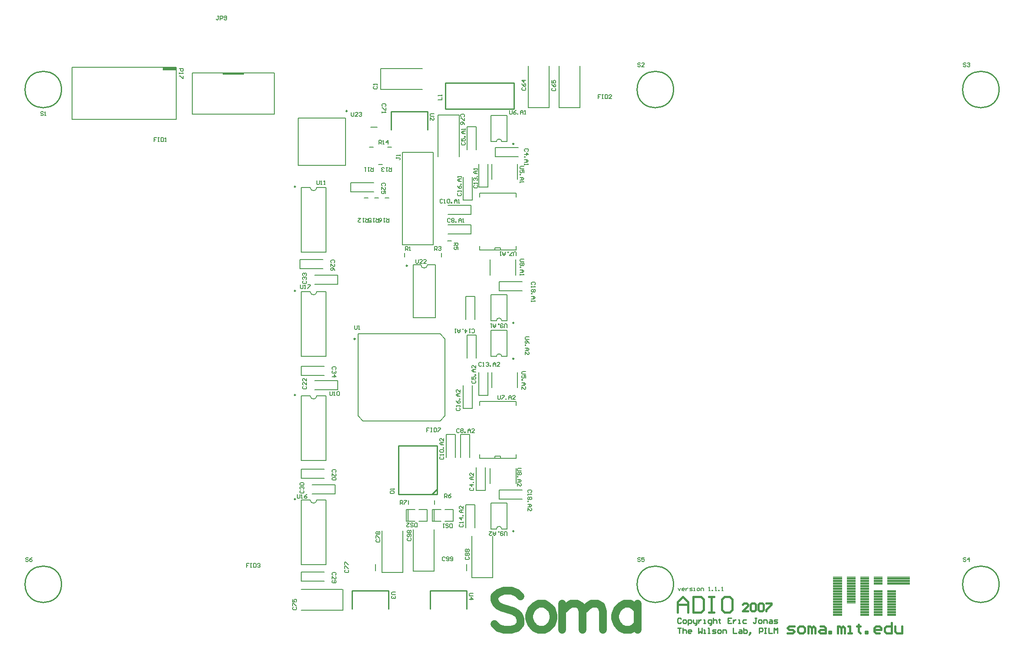
<source format=gto>
%FSLAX24Y24*%
%MOIN*%
G70*
G01*
G75*
G04 Layer_Color=65535*
%ADD10C,0.0177*%
%ADD11R,0.0394X0.0433*%
%ADD12R,0.0472X0.0787*%
%ADD13C,0.0400*%
%ADD14R,0.0394X0.1083*%
%ADD15R,0.0500X0.1449*%
%ADD16R,0.1024X0.0945*%
%ADD17R,0.1000X0.1400*%
%ADD18R,0.0300X0.0600*%
%ADD19R,0.0472X0.0472*%
%ADD20R,0.0098X0.0256*%
%ADD21R,0.0492X0.0165*%
%ADD22R,0.0650X0.0118*%
%ADD23R,0.0945X0.1024*%
%ADD24R,0.0787X0.0551*%
%ADD25R,0.0787X0.0472*%
%ADD26R,0.0669X0.0177*%
%ADD27R,0.0669X0.0177*%
%ADD28R,0.0197X0.0748*%
%ADD29R,0.0748X0.0197*%
%ADD30R,0.0945X0.0354*%
%ADD31R,0.0433X0.0394*%
%ADD32R,0.0709X0.0630*%
%ADD33R,0.0630X0.0709*%
%ADD34R,0.0512X0.0630*%
%ADD35R,0.1240X0.1360*%
%ADD36C,0.0060*%
%ADD37C,0.0080*%
%ADD38C,0.0100*%
%ADD39C,0.0120*%
%ADD40C,0.0200*%
%ADD41C,0.0160*%
%ADD42C,0.0110*%
%ADD43C,0.0150*%
%ADD44C,0.1750*%
%ADD45C,0.0433*%
%ADD46C,0.0700*%
%ADD47R,0.0591X0.0591*%
%ADD48C,0.0591*%
%ADD49C,0.0669*%
%ADD50C,0.0200*%
%ADD51R,0.0354X0.0276*%
%ADD52R,0.0276X0.0354*%
%ADD53C,0.0079*%
%ADD54C,0.0098*%
%ADD55C,0.0070*%
%ADD56C,0.0040*%
%ADD57C,0.0600*%
%ADD58C,0.0025*%
D37*
X61954Y41700D02*
Y42131D01*
X61250Y41700D02*
X61950D01*
X61245Y41705D02*
X61250Y41700D01*
X41813Y73775D02*
X41911Y73676D01*
X41813D02*
Y73775D01*
Y73676D02*
X43387D01*
Y73775D01*
X43289Y73676D02*
X43387Y73775D01*
X39450Y70625D02*
Y73775D01*
Y70625D02*
X45750D01*
Y73775D01*
X39450D02*
X45750D01*
X30200Y70200D02*
Y74200D01*
X38200Y70200D02*
Y74200D01*
X30200Y70200D02*
X38200D01*
X30200Y74200D02*
X38200D01*
X37200Y74000D02*
Y74200D01*
Y74000D02*
X38200D01*
X37250Y74050D02*
X38200D01*
X37200Y74100D02*
X38200D01*
X37250Y74150D02*
X38200D01*
X37200Y74100D02*
X37250Y74150D01*
X53906Y74106D02*
X57096D01*
X53909Y72500D02*
X57100D01*
X53900D02*
X53906Y74106D01*
X50994Y32494D02*
X51000Y34100D01*
X47800D02*
X50991D01*
X47804Y32494D02*
X50994D01*
X60954Y64000D02*
Y64431D01*
X60250Y64000D02*
X60950D01*
X60245Y64005D02*
X60250Y64000D01*
X60894Y35006D02*
X62500Y35000D01*
Y35009D02*
Y38200D01*
X60894Y35006D02*
Y38196D01*
X50169Y50154D02*
X50600D01*
Y49450D02*
Y50150D01*
X50595Y49445D02*
X50600Y49450D01*
X47800Y42646D02*
X48231D01*
X47800Y42650D02*
Y43350D01*
X47805Y43355D01*
X47700Y58746D02*
X48131D01*
X47700Y58750D02*
Y59450D01*
X47705Y59455D01*
X51600Y64646D02*
X52031D01*
X51600Y64650D02*
Y65350D01*
X51605Y65355D01*
X49969Y42154D02*
X50400D01*
Y41450D02*
Y42150D01*
X50395Y41445D02*
X50400Y41450D01*
X47800Y34746D02*
X48231D01*
X47800Y34750D02*
Y35450D01*
X47805Y35455D01*
X47800Y50546D02*
X48231D01*
X47800Y50550D02*
Y51250D01*
X47805Y51255D01*
X50169Y58254D02*
X50600D01*
Y57550D02*
Y58250D01*
X50595Y57545D02*
X50600Y57550D01*
X60546Y53218D02*
Y53649D01*
X60550D02*
X61250D01*
X61255Y53644D01*
X60046Y45569D02*
Y46000D01*
X60050D02*
X60750D01*
X60755Y45995D01*
X62154Y49000D02*
Y49431D01*
X61450Y49000D02*
X62150D01*
X61445Y49005D02*
X61450Y49000D01*
X60446Y40169D02*
Y40600D01*
X60450D02*
X61150D01*
X61155Y40595D01*
X60954Y48000D02*
Y48431D01*
X60250Y48000D02*
X60950D01*
X60245Y48005D02*
X60250Y48000D01*
X63000Y41046D02*
X63431D01*
X63000Y41050D02*
Y41750D01*
X63005Y41755D01*
X60546Y69218D02*
Y69649D01*
X60550D02*
X61250D01*
X61255Y69644D01*
X62700Y67346D02*
X63131D01*
X62700Y67350D02*
Y68050D01*
X62705Y68055D01*
X60419Y63604D02*
X60850D01*
Y62900D02*
Y63600D01*
X60845Y62895D02*
X60850Y62900D01*
X62154Y65000D02*
Y65431D01*
X61450Y65000D02*
X62150D01*
X61445Y65005D02*
X61450Y65000D01*
X60446Y56169D02*
Y56600D01*
X60450D02*
X61150D01*
X61155Y56595D01*
X59932Y67352D02*
Y70542D01*
X58326Y67348D02*
Y70539D01*
Y70548D02*
X59932Y70542D01*
X53994Y35406D02*
Y38596D01*
X55600Y35409D02*
Y38600D01*
X53994Y35406D02*
X55600Y35400D01*
X56394Y35506D02*
Y38696D01*
X58000Y35509D02*
Y38700D01*
X56394Y35506D02*
X58000Y35500D01*
X61517Y48529D02*
X64317D01*
X61517Y48229D02*
Y48529D01*
X64317Y48229D02*
Y48529D01*
X61517Y44179D02*
Y44479D01*
X64317Y44179D02*
Y44479D01*
X61517Y44179D02*
X64317D01*
X62667D02*
Y44329D01*
X63117D01*
Y44179D02*
Y44329D01*
X61517Y64529D02*
X64317D01*
X61517Y64229D02*
Y64529D01*
X64317Y64229D02*
Y64529D01*
X61517Y60179D02*
Y60479D01*
X64317Y60179D02*
Y60479D01*
X61517Y60179D02*
X64317D01*
X62667D02*
Y60329D01*
X63117D01*
Y60179D02*
Y60329D01*
X59650Y46000D02*
X59655Y45995D01*
X58950Y46000D02*
X59650D01*
X58946Y45569D02*
Y46000D01*
X67594Y71106D02*
X69200Y71100D01*
Y71109D02*
Y74300D01*
X67594Y71106D02*
Y74296D01*
X65244Y71106D02*
X66850Y71100D01*
Y71109D02*
Y74300D01*
X65244Y71106D02*
Y74296D01*
X63000Y57750D02*
X63005Y57755D01*
X63000Y57050D02*
Y57750D01*
Y57046D02*
X63431D01*
X60845Y61395D02*
X60850Y61400D01*
Y62100D01*
X60419Y62104D02*
X60850D01*
D38*
X29400Y72500D02*
G03*
X29400Y72500I-1400J0D01*
G01*
X76400D02*
G03*
X76400Y72500I-1400J0D01*
G01*
Y34500D02*
G03*
X76400Y34500I-1400J0D01*
G01*
X29400D02*
G03*
X29400Y34500I-1400J0D01*
G01*
X101400Y72500D02*
G03*
X101400Y72500I-1400J0D01*
G01*
Y34500D02*
G03*
X101400Y34500I-1400J0D01*
G01*
X54500Y32600D02*
Y34000D01*
X51700Y32600D02*
Y34000D01*
X54500D01*
X55291Y41413D02*
X58244D01*
Y45153D01*
X55291D02*
X58244D01*
X55291Y41413D02*
Y45153D01*
X57850Y41413D02*
X58244Y41806D01*
X57700Y34000D02*
X60500D01*
X57700Y32600D02*
Y34000D01*
X60500Y32600D02*
Y34000D01*
X54702Y70800D02*
X57502D01*
X54702Y69400D02*
Y70800D01*
X57502Y69400D02*
Y70800D01*
X58870Y71000D02*
Y72000D01*
Y71000D02*
X64130D01*
Y73000D01*
X58870D02*
X64130D01*
X58870Y72000D02*
Y73000D01*
X76967Y31833D02*
X76900Y31900D01*
X76767D01*
X76700Y31833D01*
Y31567D01*
X76767Y31500D01*
X76900D01*
X76967Y31567D01*
X77167Y31500D02*
X77300D01*
X77366Y31567D01*
Y31700D01*
X77300Y31767D01*
X77167D01*
X77100Y31700D01*
Y31567D01*
X77167Y31500D01*
X77500Y31367D02*
Y31767D01*
X77700D01*
X77766Y31700D01*
Y31567D01*
X77700Y31500D01*
X77500D01*
X77900Y31767D02*
Y31567D01*
X77966Y31500D01*
X78166D01*
Y31433D01*
X78100Y31367D01*
X78033D01*
X78166Y31500D02*
Y31767D01*
X78299D02*
Y31500D01*
Y31633D01*
X78366Y31700D01*
X78433Y31767D01*
X78499D01*
X78699Y31500D02*
X78833D01*
X78766D01*
Y31767D01*
X78699D01*
X79166Y31367D02*
X79233D01*
X79299Y31433D01*
Y31767D01*
X79099D01*
X79033Y31700D01*
Y31567D01*
X79099Y31500D01*
X79299D01*
X79432Y31900D02*
Y31500D01*
Y31700D01*
X79499Y31767D01*
X79632D01*
X79699Y31700D01*
Y31500D01*
X79899Y31833D02*
Y31767D01*
X79832D01*
X79966D01*
X79899D01*
Y31567D01*
X79966Y31500D01*
X80832Y31900D02*
X80565D01*
Y31500D01*
X80832D01*
X80565Y31700D02*
X80699D01*
X80965Y31767D02*
Y31500D01*
Y31633D01*
X81032Y31700D01*
X81099Y31767D01*
X81165D01*
X81365Y31500D02*
X81498D01*
X81432D01*
Y31767D01*
X81365D01*
X81965D02*
X81765D01*
X81698Y31700D01*
Y31567D01*
X81765Y31500D01*
X81965D01*
X82765Y31900D02*
X82631D01*
X82698D01*
Y31567D01*
X82631Y31500D01*
X82565D01*
X82498Y31567D01*
X82965Y31500D02*
X83098D01*
X83165Y31567D01*
Y31700D01*
X83098Y31767D01*
X82965D01*
X82898Y31700D01*
Y31567D01*
X82965Y31500D01*
X83298D02*
Y31767D01*
X83498D01*
X83564Y31700D01*
Y31500D01*
X83764Y31767D02*
X83898D01*
X83964Y31700D01*
Y31500D01*
X83764D01*
X83698Y31567D01*
X83764Y31633D01*
X83964D01*
X84098Y31500D02*
X84298D01*
X84364Y31567D01*
X84298Y31633D01*
X84164D01*
X84098Y31700D01*
X84164Y31767D01*
X84364D01*
X76700Y31150D02*
X76967D01*
X76833D01*
Y30750D01*
X77100Y31150D02*
Y30750D01*
Y30950D01*
X77167Y31017D01*
X77300D01*
X77366Y30950D01*
Y30750D01*
X77700D02*
X77566D01*
X77500Y30817D01*
Y30950D01*
X77566Y31017D01*
X77700D01*
X77766Y30950D01*
Y30883D01*
X77500D01*
X78299Y31150D02*
Y30750D01*
X78433Y30883D01*
X78566Y30750D01*
Y31150D01*
X78699Y30750D02*
X78833D01*
X78766D01*
Y31017D01*
X78699D01*
X79033Y30750D02*
X79166D01*
X79099D01*
Y31150D01*
X79033D01*
X79366Y30750D02*
X79566D01*
X79632Y30817D01*
X79566Y30883D01*
X79432D01*
X79366Y30950D01*
X79432Y31017D01*
X79632D01*
X79832Y30750D02*
X79966D01*
X80032Y30817D01*
Y30950D01*
X79966Y31017D01*
X79832D01*
X79766Y30950D01*
Y30817D01*
X79832Y30750D01*
X80166D02*
Y31017D01*
X80365D01*
X80432Y30950D01*
Y30750D01*
X80965Y31150D02*
Y30750D01*
X81232D01*
X81432Y31017D02*
X81565D01*
X81632Y30950D01*
Y30750D01*
X81432D01*
X81365Y30817D01*
X81432Y30883D01*
X81632D01*
X81765Y31150D02*
Y30750D01*
X81965D01*
X82032Y30817D01*
Y30883D01*
Y30950D01*
X81965Y31017D01*
X81765D01*
X82232Y30683D02*
X82298Y30750D01*
Y30817D01*
X82232D01*
Y30750D01*
X82298D01*
X82232Y30683D01*
X82165Y30617D01*
X82965Y30750D02*
Y31150D01*
X83165D01*
X83231Y31083D01*
Y30950D01*
X83165Y30883D01*
X82965D01*
X83365Y31150D02*
X83498D01*
X83431D01*
Y30750D01*
X83365D01*
X83498D01*
X83698Y31150D02*
Y30750D01*
X83964D01*
X84098D02*
Y31150D01*
X84231Y31017D01*
X84364Y31150D01*
Y30750D01*
D41*
X76700Y32350D02*
Y33150D01*
X77100Y33550D01*
X77500Y33150D01*
Y32350D01*
Y32950D01*
X76700D01*
X77900Y33550D02*
Y32350D01*
X78499D01*
X78699Y32550D01*
Y33350D01*
X78499Y33550D01*
X77900D01*
X79099D02*
X79499D01*
X79299D01*
Y32350D01*
X79099D01*
X79499D01*
X80699Y33550D02*
X80299D01*
X80099Y33350D01*
Y32550D01*
X80299Y32350D01*
X80699D01*
X80899Y32550D01*
Y33350D01*
X80699Y33550D01*
D43*
X82100Y32450D02*
X81700D01*
X82100Y32850D01*
Y32950D01*
X82000Y33050D01*
X81800D01*
X81700Y32950D01*
X82300D02*
X82400Y33050D01*
X82600D01*
X82700Y32950D01*
Y32550D01*
X82600Y32450D01*
X82400D01*
X82300Y32550D01*
Y32950D01*
X82900D02*
X83000Y33050D01*
X83200D01*
X83299Y32950D01*
Y32550D01*
X83200Y32450D01*
X83000D01*
X82900Y32550D01*
Y32950D01*
X83499Y33050D02*
X83899D01*
Y32950D01*
X83499Y32550D01*
Y32450D01*
X85150Y30750D02*
X85550D01*
X85683Y30883D01*
X85550Y31017D01*
X85283D01*
X85150Y31150D01*
X85283Y31283D01*
X85683D01*
X86083Y30750D02*
X86350D01*
X86483Y30883D01*
Y31150D01*
X86350Y31283D01*
X86083D01*
X85950Y31150D01*
Y30883D01*
X86083Y30750D01*
X86749D02*
Y31283D01*
X86883D01*
X87016Y31150D01*
Y30750D01*
Y31150D01*
X87149Y31283D01*
X87283Y31150D01*
Y30750D01*
X87683Y31283D02*
X87949D01*
X88082Y31150D01*
Y30750D01*
X87683D01*
X87549Y30883D01*
X87683Y31017D01*
X88082D01*
X88349Y30750D02*
Y30883D01*
X88482D01*
Y30750D01*
X88349D01*
X89015D02*
Y31283D01*
X89149D01*
X89282Y31150D01*
Y30750D01*
Y31150D01*
X89415Y31283D01*
X89549Y31150D01*
Y30750D01*
X89815D02*
X90082D01*
X89948D01*
Y31283D01*
X89815D01*
X90615Y31416D02*
Y31283D01*
X90482D01*
X90748D01*
X90615D01*
Y30883D01*
X90748Y30750D01*
X91148D02*
Y30883D01*
X91281D01*
Y30750D01*
X91148D01*
X92214D02*
X91948D01*
X91815Y30883D01*
Y31150D01*
X91948Y31283D01*
X92214D01*
X92348Y31150D01*
Y31017D01*
X91815D01*
X93147Y31550D02*
Y30750D01*
X92748D01*
X92614Y30883D01*
Y31150D01*
X92748Y31283D01*
X93147D01*
X93414D02*
Y30883D01*
X93547Y30750D01*
X93947D01*
Y31283D01*
D53*
X63203Y68496D02*
G03*
X62797Y68496I-203J0D01*
G01*
X57000Y59037D02*
G03*
X57500Y59037I250J0D01*
G01*
X63203Y38746D02*
G03*
X62797Y38746I-203J0D01*
G01*
X63203Y54746D02*
G03*
X62797Y54746I-203J0D01*
G01*
X48500Y64980D02*
G03*
X49000Y64980I250J0D01*
G01*
X48500Y48980D02*
G03*
X49000Y48980I250J0D01*
G01*
X48500Y56980D02*
G03*
X49000Y56980I250J0D01*
G01*
X48500Y40980D02*
G03*
X49000Y40980I250J0D01*
G01*
X63203Y51996D02*
G03*
X62797Y51996I-203J0D01*
G01*
X54243Y64169D02*
X54557D01*
X53443D02*
X53757D01*
X53743Y66731D02*
X54057D01*
X54443Y68069D02*
X54757D01*
X52643Y64169D02*
X52957D01*
X53043Y68069D02*
X53357D01*
X61954Y42131D02*
Y43469D01*
X61245Y41705D02*
Y43469D01*
X60954Y64431D02*
Y65769D01*
X60245Y64005D02*
Y65769D01*
X62390Y68496D02*
Y70504D01*
X63610Y68496D02*
Y70504D01*
X62390D02*
X63610D01*
X62390Y68496D02*
X62797D01*
X63203D02*
X63610D01*
X48831Y50154D02*
X50169D01*
X48831Y49445D02*
X50595D01*
X48231Y42646D02*
X49569D01*
X47805Y43355D02*
X49569D01*
X48131Y58746D02*
X49469D01*
X47705Y59455D02*
X49469D01*
X52031Y64646D02*
X53369D01*
X51605Y65355D02*
X53369D01*
X48631Y42154D02*
X49969D01*
X48631Y41445D02*
X50395D01*
X48231Y34746D02*
X49569D01*
X47805Y35455D02*
X49569D01*
X48231Y50546D02*
X49569D01*
X47805Y51255D02*
X49569D01*
X48831Y58254D02*
X50169D01*
X48831Y57545D02*
X50595D01*
X56404Y59037D02*
X57000D01*
X57500D02*
X58096D01*
X56404Y54963D02*
X58096D01*
X56404D02*
Y59037D01*
X58096Y54963D02*
Y59037D01*
X62390Y38746D02*
Y40754D01*
X63610Y38746D02*
Y40754D01*
X62390D02*
X63610D01*
X62390Y38746D02*
X62797D01*
X63203D02*
X63610D01*
X62390Y54746D02*
Y56754D01*
X63610Y54746D02*
Y56754D01*
X62390D02*
X63610D01*
X62390Y54746D02*
X62797D01*
X63203D02*
X63610D01*
X60546Y51880D02*
Y53218D01*
X61255Y51880D02*
Y53644D01*
X60046Y44231D02*
Y45569D01*
X60755Y44231D02*
Y45995D01*
X62154Y49431D02*
Y50769D01*
X61445Y49005D02*
Y50769D01*
X60446Y38831D02*
Y40169D01*
X61155Y38831D02*
Y40595D01*
X60954Y48431D02*
Y49769D01*
X60245Y48005D02*
Y49769D01*
X63431Y41046D02*
X64769D01*
X63005Y41755D02*
X64769D01*
X60546Y67880D02*
Y69218D01*
X61255Y67880D02*
Y69644D01*
X63131Y67346D02*
X64469D01*
X62705Y68055D02*
X64469D01*
X59081Y63604D02*
X60419D01*
X59081Y62895D02*
X60845D01*
X62154Y65431D02*
Y66769D01*
X61445Y65005D02*
Y66769D01*
X60446Y54831D02*
Y56169D01*
X61155Y54831D02*
Y56595D01*
X55731Y59643D02*
Y59957D01*
X58569Y59643D02*
Y59957D01*
X59043Y60869D02*
X59357D01*
X52165Y47441D02*
Y53740D01*
X52559Y47047D02*
X58465D01*
X58858Y47441D02*
Y53346D01*
X52165Y53740D02*
X58465D01*
X52165Y47441D02*
X52559Y47047D01*
X58465D02*
X58858Y47441D01*
X58465Y53740D02*
X58858Y53346D01*
X53144Y69602D02*
X53656D01*
X47589Y66689D02*
Y70311D01*
X51211Y66689D02*
Y70311D01*
X47589D02*
X51211D01*
X47589Y66689D02*
X51211D01*
X53498Y35544D02*
Y36056D01*
X60498Y35544D02*
Y36056D01*
X58031Y40643D02*
Y40957D01*
X55861Y40253D02*
X56543D01*
X55861Y39347D02*
X56543D01*
X55861D02*
Y40253D01*
X57487Y39347D02*
Y40253D01*
X56857D02*
X57487D01*
X56857Y39347D02*
X57487D01*
X55999D02*
Y40253D01*
X57861D02*
X58543D01*
X57861Y39347D02*
X58543D01*
X57861D02*
Y40253D01*
X59487Y39347D02*
Y40253D01*
X58857D02*
X59487D01*
X58857Y39347D02*
X59487D01*
X57999D02*
Y40253D01*
X47805Y64980D02*
X48500D01*
X49000D02*
X49695D01*
X47805Y60020D02*
X49695D01*
X47805D02*
Y64980D01*
X49695Y60020D02*
Y64980D01*
X47805Y48980D02*
X48500D01*
X49000D02*
X49695D01*
X47805Y44020D02*
X49695D01*
X47805D02*
Y48980D01*
X49695Y44020D02*
Y48980D01*
X47805Y56980D02*
X48500D01*
X49000D02*
X49695D01*
X47805Y52020D02*
X49695D01*
X47805D02*
Y56980D01*
X49695Y52020D02*
Y56980D01*
Y36020D02*
Y40980D01*
X47805Y36020D02*
Y40980D01*
Y36020D02*
X49695D01*
X49000Y40980D02*
X49695D01*
X47805D02*
X48500D01*
X59655Y44231D02*
Y45995D01*
X58946Y44231D02*
Y45569D01*
X62390Y51996D02*
Y54004D01*
X63610Y51996D02*
Y54004D01*
X62390D02*
X63610D01*
X62390Y51996D02*
X62797D01*
X63203D02*
X63610D01*
X56031Y40643D02*
Y40957D01*
X63005Y57755D02*
X64769D01*
X63431Y57046D02*
X64769D01*
X59081Y61395D02*
X60845D01*
X59081Y62104D02*
X60419D01*
D54*
X64142Y68329D02*
G03*
X64142Y68329I-49J0D01*
G01*
X55961Y58969D02*
G03*
X55961Y58969I-49J0D01*
G01*
X64142Y38579D02*
G03*
X64142Y38579I-49J0D01*
G01*
Y54579D02*
G03*
X64142Y54579I-49J0D01*
G01*
X51959Y53346D02*
G03*
X51959Y53346I-49J0D01*
G01*
X51339Y70843D02*
G03*
X51339Y70843I-49J0D01*
G01*
X47372Y65039D02*
G03*
X47372Y65039I-49J0D01*
G01*
Y49039D02*
G03*
X47372Y49039I-49J0D01*
G01*
Y57039D02*
G03*
X47372Y57039I-49J0D01*
G01*
Y41039D02*
G03*
X47372Y41039I-49J0D01*
G01*
X64142Y51829D02*
G03*
X64142Y51829I-49J0D01*
G01*
D55*
X64294Y42229D02*
Y43411D01*
X62326Y42229D02*
Y43411D01*
X64284Y58259D02*
Y59441D01*
X62316Y58259D02*
Y59441D01*
X64416Y65609D02*
Y66791D01*
X62447Y65609D02*
Y66791D01*
X64416Y49609D02*
Y50791D01*
X62447Y49609D02*
Y50791D01*
X57931Y60585D02*
Y67671D01*
X55569Y60585D02*
X57931D01*
X55569Y67671D02*
X57931D01*
X55569Y60585D02*
Y67671D01*
Y60585D02*
Y67671D01*
X60800Y41900D02*
X60750Y41850D01*
Y41750D01*
X60800Y41700D01*
X61000D01*
X61050Y41750D01*
Y41850D01*
X61000Y41900D01*
X61050Y42150D02*
X60750D01*
X60900Y42000D01*
Y42200D01*
X61050Y42300D02*
X61000D01*
Y42350D01*
X61050D01*
Y42300D01*
Y42550D02*
X60850D01*
X60750Y42650D01*
X60850Y42750D01*
X61050D01*
X60900D01*
Y42550D01*
X61050Y43050D02*
Y42850D01*
X60850Y43050D01*
X60800D01*
X60750Y43000D01*
Y42900D01*
X60800Y42850D01*
X98845Y36495D02*
X98795Y36545D01*
X98695D01*
X98645Y36495D01*
Y36445D01*
X98695Y36395D01*
X98795D01*
X98845Y36345D01*
Y36295D01*
X98795Y36245D01*
X98695D01*
X98645Y36295D01*
X99095Y36245D02*
Y36545D01*
X98945Y36395D01*
X99145D01*
X98845Y74495D02*
X98795Y74545D01*
X98695D01*
X98645Y74495D01*
Y74445D01*
X98695Y74395D01*
X98795D01*
X98845Y74345D01*
Y74295D01*
X98795Y74245D01*
X98695D01*
X98645Y74295D01*
X98945Y74495D02*
X98995Y74545D01*
X99095D01*
X99145Y74495D01*
Y74445D01*
X99095Y74395D01*
X99045D01*
X99095D01*
X99145Y74345D01*
Y74295D01*
X99095Y74245D01*
X98995D01*
X98945Y74295D01*
X26845Y36495D02*
X26795Y36545D01*
X26695D01*
X26645Y36495D01*
Y36445D01*
X26695Y36395D01*
X26795D01*
X26845Y36345D01*
Y36295D01*
X26795Y36245D01*
X26695D01*
X26645Y36295D01*
X27145Y36545D02*
X27045Y36495D01*
X26945Y36395D01*
Y36295D01*
X26995Y36245D01*
X27095D01*
X27145Y36295D01*
Y36345D01*
X27095Y36395D01*
X26945D01*
X73845Y36495D02*
X73795Y36545D01*
X73695D01*
X73645Y36495D01*
Y36445D01*
X73695Y36395D01*
X73795D01*
X73845Y36345D01*
Y36295D01*
X73795Y36245D01*
X73695D01*
X73645Y36295D01*
X74145Y36545D02*
X73945D01*
Y36395D01*
X74045Y36445D01*
X74095D01*
X74145Y36395D01*
Y36295D01*
X74095Y36245D01*
X73995D01*
X73945Y36295D01*
X73845Y74495D02*
X73795Y74545D01*
X73695D01*
X73645Y74495D01*
Y74445D01*
X73695Y74395D01*
X73795D01*
X73845Y74345D01*
Y74295D01*
X73795Y74245D01*
X73695D01*
X73645Y74295D01*
X74145Y74245D02*
X73945D01*
X74145Y74445D01*
Y74495D01*
X74095Y74545D01*
X73995D01*
X73945Y74495D01*
X28000Y70750D02*
X27950Y70800D01*
X27850D01*
X27800Y70750D01*
Y70700D01*
X27850Y70650D01*
X27950D01*
X28000Y70600D01*
Y70550D01*
X27950Y70500D01*
X27850D01*
X27800Y70550D01*
X28100Y70500D02*
X28200D01*
X28150D01*
Y70800D01*
X28100Y70750D01*
X57650Y46500D02*
X57450D01*
Y46350D01*
X57550D01*
X57450D01*
Y46200D01*
X57750Y46500D02*
X57850D01*
X57800D01*
Y46200D01*
X57750D01*
X57850D01*
X58000Y46500D02*
Y46200D01*
X58150D01*
X58200Y46250D01*
Y46450D01*
X58150Y46500D01*
X58000D01*
X58300D02*
X58500D01*
Y46450D01*
X58300Y46250D01*
Y46200D01*
X43805Y36105D02*
X43605D01*
Y35955D01*
X43705D01*
X43605D01*
Y35805D01*
X43905Y36105D02*
X44005D01*
X43955D01*
Y35805D01*
X43905D01*
X44005D01*
X44155Y36105D02*
Y35805D01*
X44305D01*
X44355Y35855D01*
Y36055D01*
X44305Y36105D01*
X44155D01*
X44455Y36055D02*
X44505Y36105D01*
X44605D01*
X44655Y36055D01*
Y36005D01*
X44605Y35955D01*
X44555D01*
X44605D01*
X44655Y35905D01*
Y35855D01*
X44605Y35805D01*
X44505D01*
X44455Y35855D01*
X70805Y72105D02*
X70605D01*
Y71955D01*
X70705D01*
X70605D01*
Y71805D01*
X70905Y72105D02*
X71005D01*
X70955D01*
Y71805D01*
X70905D01*
X71005D01*
X71155Y72105D02*
Y71805D01*
X71305D01*
X71355Y71855D01*
Y72055D01*
X71305Y72105D01*
X71155D01*
X71655Y71805D02*
X71455D01*
X71655Y72005D01*
Y72055D01*
X71605Y72105D01*
X71505D01*
X71455Y72055D01*
X36700Y68800D02*
X36500D01*
Y68650D01*
X36600D01*
X36500D01*
Y68500D01*
X36800Y68800D02*
X36900D01*
X36850D01*
Y68500D01*
X36800D01*
X36900D01*
X37050Y68800D02*
Y68500D01*
X37200D01*
X37250Y68550D01*
Y68750D01*
X37200Y68800D01*
X37050D01*
X37350Y68500D02*
X37450D01*
X37400D01*
Y68800D01*
X37350Y68750D01*
X64700Y43400D02*
X64450D01*
X64400Y43350D01*
Y43250D01*
X64450Y43200D01*
X64700D01*
X64650Y43100D02*
X64700Y43050D01*
Y42950D01*
X64650Y42900D01*
X64600D01*
X64550Y42950D01*
X64500Y42900D01*
X64450D01*
X64400Y42950D01*
Y43050D01*
X64450Y43100D01*
X64500D01*
X64550Y43050D01*
X64600Y43100D01*
X64650D01*
X64550Y43050D02*
Y42950D01*
X64400Y42800D02*
X64450D01*
Y42750D01*
X64400D01*
Y42800D01*
Y42550D02*
X64600D01*
X64700Y42450D01*
X64600Y42350D01*
X64400D01*
X64550D01*
Y42550D01*
X64400Y42050D02*
Y42250D01*
X64600Y42050D01*
X64650D01*
X64700Y42100D01*
Y42200D01*
X64650Y42250D01*
X64915Y59485D02*
X64665D01*
X64615Y59435D01*
Y59335D01*
X64665Y59285D01*
X64915D01*
X64865Y59185D02*
X64915Y59135D01*
Y59035D01*
X64865Y58985D01*
X64815D01*
X64765Y59035D01*
X64715Y58985D01*
X64665D01*
X64615Y59035D01*
Y59135D01*
X64665Y59185D01*
X64715D01*
X64765Y59135D01*
X64815Y59185D01*
X64865D01*
X64765Y59135D02*
Y59035D01*
X64615Y58885D02*
X64665D01*
Y58835D01*
X64615D01*
Y58885D01*
Y58635D02*
X64815D01*
X64915Y58535D01*
X64815Y58435D01*
X64615D01*
X64765D01*
Y58635D01*
X64615Y58335D02*
Y58235D01*
Y58285D01*
X64915D01*
X64865Y58335D01*
X64900Y66600D02*
X64650D01*
X64600Y66550D01*
Y66450D01*
X64650Y66400D01*
X64900D01*
Y66100D02*
Y66300D01*
X64750D01*
X64800Y66200D01*
Y66150D01*
X64750Y66100D01*
X64650D01*
X64600Y66150D01*
Y66250D01*
X64650Y66300D01*
X64600Y66000D02*
X64650D01*
Y65950D01*
X64600D01*
Y66000D01*
Y65750D02*
X64800D01*
X64900Y65650D01*
X64800Y65550D01*
X64600D01*
X64750D01*
Y65750D01*
X64600Y65450D02*
Y65350D01*
Y65400D01*
X64900D01*
X64850Y65450D01*
X65047Y50835D02*
X64797D01*
X64747Y50785D01*
Y50685D01*
X64797Y50635D01*
X65047D01*
Y50335D02*
Y50535D01*
X64897D01*
X64947Y50435D01*
Y50385D01*
X64897Y50335D01*
X64797D01*
X64747Y50385D01*
Y50485D01*
X64797Y50535D01*
X64747Y50235D02*
X64797D01*
Y50185D01*
X64747D01*
Y50235D01*
Y49985D02*
X64947D01*
X65047Y49885D01*
X64947Y49785D01*
X64747D01*
X64897D01*
Y49985D01*
X64747Y49485D02*
Y49685D01*
X64947Y49485D01*
X64997D01*
X65047Y49535D01*
Y49635D01*
X64997Y49685D01*
X50435Y50995D02*
X50485Y51045D01*
Y51145D01*
X50435Y51195D01*
X50235D01*
X50185Y51145D01*
Y51045D01*
X50235Y50995D01*
X50435Y50895D02*
X50485Y50845D01*
Y50745D01*
X50435Y50695D01*
X50385D01*
X50335Y50745D01*
Y50795D01*
Y50745D01*
X50285Y50695D01*
X50235D01*
X50185Y50745D01*
Y50845D01*
X50235Y50895D01*
X50185Y50445D02*
X50485D01*
X50335Y50595D01*
Y50395D01*
X47965Y57805D02*
X47915Y57755D01*
Y57655D01*
X47965Y57605D01*
X48165D01*
X48215Y57655D01*
Y57755D01*
X48165Y57805D01*
X47965Y57905D02*
X47915Y57955D01*
Y58055D01*
X47965Y58105D01*
X48015D01*
X48065Y58055D01*
Y58005D01*
Y58055D01*
X48115Y58105D01*
X48165D01*
X48215Y58055D01*
Y57955D01*
X48165Y57905D01*
X47965Y58205D02*
X47915Y58255D01*
Y58355D01*
X47965Y58405D01*
X48015D01*
X48065Y58355D01*
Y58305D01*
Y58355D01*
X48115Y58405D01*
X48165D01*
X48215Y58355D01*
Y58255D01*
X48165Y58205D01*
X47765Y41705D02*
X47715Y41655D01*
Y41555D01*
X47765Y41505D01*
X47965D01*
X48015Y41555D01*
Y41655D01*
X47965Y41705D01*
X47765Y41805D02*
X47715Y41855D01*
Y41955D01*
X47765Y42005D01*
X47815D01*
X47865Y41955D01*
Y41905D01*
Y41955D01*
X47915Y42005D01*
X47965D01*
X48015Y41955D01*
Y41855D01*
X47965Y41805D01*
X47765Y42105D02*
X47715Y42155D01*
Y42255D01*
X47765Y42305D01*
X47965D01*
X48015Y42255D01*
Y42155D01*
X47965Y42105D01*
X47765D01*
X50435Y35195D02*
X50485Y35245D01*
Y35345D01*
X50435Y35395D01*
X50235D01*
X50185Y35345D01*
Y35245D01*
X50235Y35195D01*
X50185Y34895D02*
Y35095D01*
X50385Y34895D01*
X50435D01*
X50485Y34945D01*
Y35045D01*
X50435Y35095D01*
X50235Y34795D02*
X50185Y34745D01*
Y34645D01*
X50235Y34595D01*
X50435D01*
X50485Y34645D01*
Y34745D01*
X50435Y34795D01*
X50385D01*
X50335Y34745D01*
Y34595D01*
X50335Y59195D02*
X50385Y59245D01*
Y59345D01*
X50335Y59395D01*
X50135D01*
X50085Y59345D01*
Y59245D01*
X50135Y59195D01*
X50085Y58895D02*
Y59095D01*
X50285Y58895D01*
X50335D01*
X50385Y58945D01*
Y59045D01*
X50335Y59095D01*
X50385Y58595D02*
X50335Y58695D01*
X50235Y58795D01*
X50135D01*
X50085Y58745D01*
Y58645D01*
X50135Y58595D01*
X50185D01*
X50235Y58645D01*
Y58795D01*
X54235Y65095D02*
X54285Y65145D01*
Y65245D01*
X54235Y65295D01*
X54035D01*
X53985Y65245D01*
Y65145D01*
X54035Y65095D01*
X53985Y64795D02*
Y64995D01*
X54185Y64795D01*
X54235D01*
X54285Y64845D01*
Y64945D01*
X54235Y64995D01*
X54285Y64495D02*
Y64695D01*
X54135D01*
X54185Y64595D01*
Y64545D01*
X54135Y64495D01*
X54035D01*
X53985Y64545D01*
Y64645D01*
X54035Y64695D01*
X47965Y49705D02*
X47915Y49655D01*
Y49555D01*
X47965Y49505D01*
X48165D01*
X48215Y49555D01*
Y49655D01*
X48165Y49705D01*
X48215Y50005D02*
Y49805D01*
X48015Y50005D01*
X47965D01*
X47915Y49955D01*
Y49855D01*
X47965Y49805D01*
X48215Y50305D02*
Y50105D01*
X48015Y50305D01*
X47965D01*
X47915Y50255D01*
Y50155D01*
X47965Y50105D01*
X50435Y43095D02*
X50485Y43145D01*
Y43245D01*
X50435Y43295D01*
X50235D01*
X50185Y43245D01*
Y43145D01*
X50235Y43095D01*
X50185Y42795D02*
Y42995D01*
X50385Y42795D01*
X50435D01*
X50485Y42845D01*
Y42945D01*
X50435Y42995D01*
Y42695D02*
X50485Y42645D01*
Y42545D01*
X50435Y42495D01*
X50235D01*
X50185Y42545D01*
Y42645D01*
X50235Y42695D01*
X50435D01*
X63600Y38250D02*
Y38500D01*
X63550Y38550D01*
X63450D01*
X63400Y38500D01*
Y38250D01*
X63300Y38500D02*
X63250Y38550D01*
X63150D01*
X63100Y38500D01*
Y38300D01*
X63150Y38250D01*
X63250D01*
X63300Y38300D01*
Y38350D01*
X63250Y38400D01*
X63100D01*
X63000Y38550D02*
Y38500D01*
X62950D01*
Y38550D01*
X63000D01*
X62750D02*
Y38350D01*
X62650Y38250D01*
X62550Y38350D01*
Y38550D01*
Y38400D01*
X62750D01*
X62250Y38550D02*
X62450D01*
X62250Y38350D01*
Y38300D01*
X62300Y38250D01*
X62400D01*
X62450Y38300D01*
X63600Y54200D02*
Y54450D01*
X63550Y54500D01*
X63450D01*
X63400Y54450D01*
Y54200D01*
X63300Y54450D02*
X63250Y54500D01*
X63150D01*
X63100Y54450D01*
Y54250D01*
X63150Y54200D01*
X63250D01*
X63300Y54250D01*
Y54300D01*
X63250Y54350D01*
X63100D01*
X63000Y54500D02*
Y54450D01*
X62950D01*
Y54500D01*
X63000D01*
X62750D02*
Y54300D01*
X62650Y54200D01*
X62550Y54300D01*
Y54500D01*
Y54350D01*
X62750D01*
X62450Y54500D02*
X62350D01*
X62400D01*
Y54200D01*
X62450Y54250D01*
X65300Y53500D02*
X65050D01*
X65000Y53450D01*
Y53350D01*
X65050Y53300D01*
X65300D01*
Y53000D02*
X65250Y53100D01*
X65150Y53200D01*
X65050D01*
X65000Y53150D01*
Y53050D01*
X65050Y53000D01*
X65100D01*
X65150Y53050D01*
Y53200D01*
X65000Y52900D02*
X65050D01*
Y52850D01*
X65000D01*
Y52900D01*
Y52650D02*
X65200D01*
X65300Y52550D01*
X65200Y52450D01*
X65000D01*
X65150D01*
Y52650D01*
X65000Y52150D02*
Y52350D01*
X65200Y52150D01*
X65250D01*
X65300Y52200D01*
Y52300D01*
X65250Y52350D01*
X63800Y70900D02*
Y70650D01*
X63850Y70600D01*
X63950D01*
X64000Y70650D01*
Y70900D01*
X64300D02*
X64200Y70850D01*
X64100Y70750D01*
Y70650D01*
X64150Y70600D01*
X64250D01*
X64300Y70650D01*
Y70700D01*
X64250Y70750D01*
X64100D01*
X64400Y70600D02*
Y70650D01*
X64450D01*
Y70600D01*
X64400D01*
X64650D02*
Y70800D01*
X64750Y70900D01*
X64850Y70800D01*
Y70600D01*
Y70750D01*
X64650D01*
X64950Y70600D02*
X65050D01*
X65000D01*
Y70900D01*
X64950Y70850D01*
X51650Y70750D02*
Y70500D01*
X51700Y70450D01*
X51800D01*
X51850Y70500D01*
Y70750D01*
X52150Y70450D02*
X51950D01*
X52150Y70650D01*
Y70700D01*
X52100Y70750D01*
X52000D01*
X51950Y70700D01*
X52250D02*
X52300Y70750D01*
X52400D01*
X52450Y70700D01*
Y70650D01*
X52400Y70600D01*
X52350D01*
X52400D01*
X52450Y70550D01*
Y70500D01*
X52400Y70450D01*
X52300D01*
X52250Y70500D01*
X56600Y59450D02*
Y59200D01*
X56650Y59150D01*
X56750D01*
X56800Y59200D01*
Y59450D01*
X57100Y59150D02*
X56900D01*
X57100Y59350D01*
Y59400D01*
X57050Y59450D01*
X56950D01*
X56900Y59400D01*
X57400Y59150D02*
X57200D01*
X57400Y59350D01*
Y59400D01*
X57350Y59450D01*
X57250D01*
X57200Y59400D01*
X47750Y57500D02*
Y57250D01*
X47800Y57200D01*
X47900D01*
X47950Y57250D01*
Y57500D01*
X48050Y57200D02*
X48150D01*
X48100D01*
Y57500D01*
X48050Y57450D01*
X48300Y57500D02*
X48500D01*
Y57450D01*
X48300Y57250D01*
Y57200D01*
X47500Y41400D02*
Y41150D01*
X47550Y41100D01*
X47650D01*
X47700Y41150D01*
Y41400D01*
X47800Y41100D02*
X47900D01*
X47850D01*
Y41400D01*
X47800Y41350D01*
X48250Y41400D02*
X48150Y41350D01*
X48050Y41250D01*
Y41150D01*
X48100Y41100D01*
X48200D01*
X48250Y41150D01*
Y41200D01*
X48200Y41250D01*
X48050D01*
X49000Y65500D02*
Y65250D01*
X49050Y65200D01*
X49150D01*
X49200Y65250D01*
Y65500D01*
X49300Y65200D02*
X49400D01*
X49350D01*
Y65500D01*
X49300Y65450D01*
X49550Y65200D02*
X49650D01*
X49600D01*
Y65500D01*
X49550Y65450D01*
X50000Y49300D02*
Y49050D01*
X50050Y49000D01*
X50150D01*
X50200Y49050D01*
Y49300D01*
X50300Y49000D02*
X50400D01*
X50350D01*
Y49300D01*
X50300Y49250D01*
X50550D02*
X50600Y49300D01*
X50700D01*
X50750Y49250D01*
Y49050D01*
X50700Y49000D01*
X50600D01*
X50550Y49050D01*
Y49250D01*
X62900Y49000D02*
Y48750D01*
X62950Y48700D01*
X63050D01*
X63100Y48750D01*
Y49000D01*
X63200D02*
X63400D01*
Y48950D01*
X63200Y48750D01*
Y48700D01*
X63500D02*
Y48750D01*
X63550D01*
Y48700D01*
X63500D01*
X63750D02*
Y48900D01*
X63850Y49000D01*
X63950Y48900D01*
Y48700D01*
Y48850D01*
X63750D01*
X64250Y48700D02*
X64050D01*
X64250Y48900D01*
Y48950D01*
X64200Y49000D01*
X64100D01*
X64050Y48950D01*
X64317Y59729D02*
Y59979D01*
X64267Y60029D01*
X64167D01*
X64117Y59979D01*
Y59729D01*
X64017D02*
X63817D01*
Y59779D01*
X64017Y59979D01*
Y60029D01*
X63718D02*
Y59979D01*
X63668D01*
Y60029D01*
X63718D01*
X63468D02*
Y59829D01*
X63368Y59729D01*
X63268Y59829D01*
Y60029D01*
Y59879D01*
X63468D01*
X63168Y60029D02*
X63068D01*
X63118D01*
Y59729D01*
X63168Y59779D01*
X51907Y54379D02*
Y54129D01*
X51957Y54079D01*
X52057D01*
X52107Y54129D01*
Y54379D01*
X52207Y54079D02*
X52307D01*
X52257D01*
Y54379D01*
X52207Y54329D01*
X54535Y62605D02*
Y62305D01*
X54385D01*
X54335Y62355D01*
Y62455D01*
X54385Y62505D01*
X54535D01*
X54435D02*
X54335Y62605D01*
X54235D02*
X54135D01*
X54185D01*
Y62305D01*
X54235Y62355D01*
X53785Y62305D02*
X53885Y62355D01*
X53985Y62455D01*
Y62555D01*
X53935Y62605D01*
X53835D01*
X53785Y62555D01*
Y62505D01*
X53835Y62455D01*
X53985D01*
X53735Y62605D02*
Y62305D01*
X53585D01*
X53535Y62355D01*
Y62455D01*
X53585Y62505D01*
X53735D01*
X53635D02*
X53535Y62605D01*
X53435D02*
X53335D01*
X53385D01*
Y62305D01*
X53435Y62355D01*
X52985Y62305D02*
X53185D01*
Y62455D01*
X53085Y62405D01*
X53035D01*
X52985Y62455D01*
Y62555D01*
X53035Y62605D01*
X53135D01*
X53185Y62555D01*
X53765Y68295D02*
Y68595D01*
X53915D01*
X53965Y68545D01*
Y68445D01*
X53915Y68395D01*
X53765D01*
X53865D02*
X53965Y68295D01*
X54065D02*
X54165D01*
X54115D01*
Y68595D01*
X54065Y68545D01*
X54465Y68295D02*
Y68595D01*
X54315Y68445D01*
X54515D01*
X54735Y66505D02*
Y66205D01*
X54585D01*
X54535Y66255D01*
Y66355D01*
X54585Y66405D01*
X54735D01*
X54635D02*
X54535Y66505D01*
X54435D02*
X54335D01*
X54385D01*
Y66205D01*
X54435Y66255D01*
X54185D02*
X54135Y66205D01*
X54035D01*
X53985Y66255D01*
Y66305D01*
X54035Y66355D01*
X54085D01*
X54035D01*
X53985Y66405D01*
Y66455D01*
X54035Y66505D01*
X54135D01*
X54185Y66455D01*
X52935Y62605D02*
Y62305D01*
X52785D01*
X52735Y62355D01*
Y62455D01*
X52785Y62505D01*
X52935D01*
X52835D02*
X52735Y62605D01*
X52635D02*
X52535D01*
X52585D01*
Y62305D01*
X52635Y62355D01*
X52185Y62605D02*
X52385D01*
X52185Y62405D01*
Y62355D01*
X52235Y62305D01*
X52335D01*
X52385Y62355D01*
X53335Y66505D02*
Y66205D01*
X53185D01*
X53135Y66255D01*
Y66355D01*
X53185Y66405D01*
X53335D01*
X53235D02*
X53135Y66505D01*
X53035D02*
X52935D01*
X52985D01*
Y66205D01*
X53035Y66255D01*
X52785Y66505D02*
X52685D01*
X52735D01*
Y66205D01*
X52785Y66255D01*
X55400Y40650D02*
Y40950D01*
X55550D01*
X55600Y40900D01*
Y40800D01*
X55550Y40750D01*
X55400D01*
X55500D02*
X55600Y40650D01*
X55700Y40950D02*
X55900D01*
Y40900D01*
X55700Y40700D01*
Y40650D01*
X58800Y41150D02*
Y41450D01*
X58950D01*
X59000Y41400D01*
Y41300D01*
X58950Y41250D01*
X58800D01*
X58900D02*
X59000Y41150D01*
X59300Y41450D02*
X59200Y41400D01*
X59100Y41300D01*
Y41200D01*
X59150Y41150D01*
X59250D01*
X59300Y41200D01*
Y41250D01*
X59250Y41300D01*
X59100D01*
X59546Y60712D02*
X59846D01*
Y60562D01*
X59796Y60512D01*
X59696D01*
X59646Y60562D01*
Y60712D01*
Y60612D02*
X59546Y60512D01*
X59846Y60212D02*
Y60412D01*
X59696D01*
X59746Y60312D01*
Y60262D01*
X59696Y60212D01*
X59596D01*
X59546Y60262D01*
Y60362D01*
X59596Y60412D01*
X58050Y60150D02*
Y60450D01*
X58200D01*
X58250Y60400D01*
Y60300D01*
X58200Y60250D01*
X58050D01*
X58150D02*
X58250Y60150D01*
X58350Y60400D02*
X58400Y60450D01*
X58500D01*
X58550Y60400D01*
Y60350D01*
X58500Y60300D01*
X58450D01*
X58500D01*
X58550Y60250D01*
Y60200D01*
X58500Y60150D01*
X58400D01*
X58350Y60200D01*
X55798Y60138D02*
Y60438D01*
X55948D01*
X55998Y60388D01*
Y60288D01*
X55948Y60238D01*
X55798D01*
X55898D02*
X55998Y60138D01*
X56098D02*
X56198D01*
X56148D01*
Y60438D01*
X56098Y60388D01*
X38450Y74100D02*
X38750D01*
Y73950D01*
X38700Y73900D01*
X38600D01*
X38550Y73950D01*
Y74100D01*
X38450Y73800D02*
Y73700D01*
Y73750D01*
X38750D01*
X38700Y73800D01*
X38750Y73550D02*
Y73350D01*
X38700D01*
X38500Y73550D01*
X38450D01*
X54639Y41615D02*
Y41515D01*
X54689Y41465D01*
X54889D01*
X54939Y41515D01*
Y41615D01*
X54889Y41665D01*
X54689D01*
X54639Y41615D01*
X54939Y41765D02*
Y41865D01*
Y41815D01*
X54639D01*
X54689Y41765D01*
X41485Y78155D02*
X41385D01*
X41435D01*
Y77905D01*
X41385Y77855D01*
X41335D01*
X41285Y77905D01*
X41585Y77855D02*
Y78155D01*
X41735D01*
X41785Y78105D01*
Y78005D01*
X41735Y77955D01*
X41585D01*
X41885Y77905D02*
X41935Y77855D01*
X42035D01*
X42085Y77905D01*
Y78105D01*
X42035Y78155D01*
X41935D01*
X41885Y78105D01*
Y78055D01*
X41935Y78005D01*
X42085D01*
X55100Y67300D02*
Y67200D01*
Y67250D01*
X55350D01*
X55400Y67200D01*
Y67150D01*
X55350Y67100D01*
X55400Y67400D02*
Y67500D01*
Y67450D01*
X55100D01*
X55150Y67400D01*
X56700Y38900D02*
Y39200D01*
X56550D01*
X56500Y39150D01*
Y38950D01*
X56550Y38900D01*
X56700D01*
X56200Y38950D02*
X56250Y38900D01*
X56350D01*
X56400Y38950D01*
Y39000D01*
X56350Y39050D01*
X56250D01*
X56200Y39100D01*
Y39150D01*
X56250Y39200D01*
X56350D01*
X56400Y39150D01*
X55900Y39200D02*
X56100D01*
X55900Y39000D01*
Y38950D01*
X55950Y38900D01*
X56050D01*
X56100Y38950D01*
X59400Y38850D02*
Y39150D01*
X59250D01*
X59200Y39100D01*
Y38900D01*
X59250Y38850D01*
X59400D01*
X58900Y38900D02*
X58950Y38850D01*
X59050D01*
X59100Y38900D01*
Y38950D01*
X59050Y39000D01*
X58950D01*
X58900Y39050D01*
Y39100D01*
X58950Y39150D01*
X59050D01*
X59100Y39100D01*
X58800Y39150D02*
X58700D01*
X58750D01*
Y38850D01*
X58800Y38900D01*
X58850Y36550D02*
X58800Y36600D01*
X58700D01*
X58650Y36550D01*
Y36350D01*
X58700Y36300D01*
X58800D01*
X58850Y36350D01*
X58950D02*
X59000Y36300D01*
X59100D01*
X59150Y36350D01*
Y36550D01*
X59100Y36600D01*
X59000D01*
X58950Y36550D01*
Y36500D01*
X59000Y36450D01*
X59150D01*
X59250Y36350D02*
X59300Y36300D01*
X59400D01*
X59450Y36350D01*
Y36550D01*
X59400Y36600D01*
X59300D01*
X59250Y36550D01*
Y36500D01*
X59300Y36450D01*
X59450D01*
X56000Y38050D02*
X55950Y38000D01*
Y37900D01*
X56000Y37850D01*
X56200D01*
X56250Y37900D01*
Y38000D01*
X56200Y38050D01*
Y38150D02*
X56250Y38200D01*
Y38300D01*
X56200Y38350D01*
X56000D01*
X55950Y38300D01*
Y38200D01*
X56000Y38150D01*
X56050D01*
X56100Y38200D01*
Y38350D01*
X56000Y38450D02*
X55950Y38500D01*
Y38600D01*
X56000Y38650D01*
X56050D01*
X56100Y38600D01*
X56150Y38650D01*
X56200D01*
X56250Y38600D01*
Y38500D01*
X56200Y38450D01*
X56150D01*
X56100Y38500D01*
X56050Y38450D01*
X56000D01*
X56100Y38500D02*
Y38600D01*
X60450Y36600D02*
X60400Y36550D01*
Y36450D01*
X60450Y36400D01*
X60650D01*
X60700Y36450D01*
Y36550D01*
X60650Y36600D01*
X60450Y36700D02*
X60400Y36750D01*
Y36850D01*
X60450Y36900D01*
X60500D01*
X60550Y36850D01*
X60600Y36900D01*
X60650D01*
X60700Y36850D01*
Y36750D01*
X60650Y36700D01*
X60600D01*
X60550Y36750D01*
X60500Y36700D01*
X60450D01*
X60550Y36750D02*
Y36850D01*
X60450Y37000D02*
X60400Y37050D01*
Y37150D01*
X60450Y37200D01*
X60500D01*
X60550Y37150D01*
X60600Y37200D01*
X60650D01*
X60700Y37150D01*
Y37050D01*
X60650Y37000D01*
X60600D01*
X60550Y37050D01*
X60500Y37000D01*
X60450D01*
X60550Y37050D02*
Y37150D01*
X53600Y37950D02*
X53550Y37900D01*
Y37800D01*
X53600Y37750D01*
X53800D01*
X53850Y37800D01*
Y37900D01*
X53800Y37950D01*
X53550Y38050D02*
Y38250D01*
X53600D01*
X53800Y38050D01*
X53850D01*
X53600Y38350D02*
X53550Y38400D01*
Y38500D01*
X53600Y38550D01*
X53650D01*
X53700Y38500D01*
X53750Y38550D01*
X53800D01*
X53850Y38500D01*
Y38400D01*
X53800Y38350D01*
X53750D01*
X53700Y38400D01*
X53650Y38350D01*
X53600D01*
X53700Y38400D02*
Y38500D01*
X51200Y35600D02*
X51150Y35550D01*
Y35450D01*
X51200Y35400D01*
X51400D01*
X51450Y35450D01*
Y35550D01*
X51400Y35600D01*
X51150Y35700D02*
Y35900D01*
X51200D01*
X51400Y35700D01*
X51450D01*
X51150Y36000D02*
Y36200D01*
X51200D01*
X51400Y36000D01*
X51450D01*
X60300Y70400D02*
X60350Y70450D01*
Y70550D01*
X60300Y70600D01*
X60100D01*
X60050Y70550D01*
Y70450D01*
X60100Y70400D01*
X60350Y70300D02*
Y70100D01*
X60300D01*
X60100Y70300D01*
X60050D01*
X60350Y69800D02*
X60300Y69900D01*
X60200Y70000D01*
X60100D01*
X60050Y69950D01*
Y69850D01*
X60100Y69800D01*
X60150D01*
X60200Y69850D01*
Y70000D01*
X47205Y32755D02*
X47155Y32705D01*
Y32605D01*
X47205Y32555D01*
X47405D01*
X47455Y32605D01*
Y32705D01*
X47405Y32755D01*
X47155Y32855D02*
Y33055D01*
X47205D01*
X47405Y32855D01*
X47455D01*
X47155Y33355D02*
Y33155D01*
X47305D01*
X47255Y33255D01*
Y33305D01*
X47305Y33355D01*
X47405D01*
X47455Y33305D01*
Y33205D01*
X47405Y33155D01*
X54250Y71200D02*
X54300Y71250D01*
Y71350D01*
X54250Y71400D01*
X54050D01*
X54000Y71350D01*
Y71250D01*
X54050Y71200D01*
X54300Y71100D02*
Y70900D01*
X54250D01*
X54050Y71100D01*
X54000D01*
Y70800D02*
Y70700D01*
Y70750D01*
X54300D01*
X54250Y70800D01*
X65450Y41550D02*
X65500Y41600D01*
Y41700D01*
X65450Y41750D01*
X65250D01*
X65200Y41700D01*
Y41600D01*
X65250Y41550D01*
X65200Y41450D02*
Y41350D01*
Y41400D01*
X65500D01*
X65450Y41450D01*
Y41200D02*
X65500Y41150D01*
Y41050D01*
X65450Y41000D01*
X65400D01*
X65350Y41050D01*
X65300Y41000D01*
X65250D01*
X65200Y41050D01*
Y41150D01*
X65250Y41200D01*
X65300D01*
X65350Y41150D01*
X65400Y41200D01*
X65450D01*
X65350Y41150D02*
Y41050D01*
X65200Y40900D02*
X65250D01*
Y40850D01*
X65200D01*
Y40900D01*
Y40650D02*
X65400D01*
X65500Y40550D01*
X65400Y40450D01*
X65200D01*
X65350D01*
Y40650D01*
X65200Y40151D02*
Y40350D01*
X65400Y40151D01*
X65450D01*
X65500Y40201D01*
Y40300D01*
X65450Y40350D01*
X65735Y57495D02*
X65785Y57545D01*
Y57645D01*
X65735Y57695D01*
X65535D01*
X65485Y57645D01*
Y57545D01*
X65535Y57495D01*
X65485Y57395D02*
Y57295D01*
Y57345D01*
X65785D01*
X65735Y57395D01*
Y57145D02*
X65785Y57095D01*
Y56995D01*
X65735Y56945D01*
X65685D01*
X65635Y56995D01*
X65585Y56945D01*
X65535D01*
X65485Y56995D01*
Y57095D01*
X65535Y57145D01*
X65585D01*
X65635Y57095D01*
X65685Y57145D01*
X65735D01*
X65635Y57095D02*
Y56995D01*
X65485Y56845D02*
X65535D01*
Y56795D01*
X65485D01*
Y56845D01*
Y56595D02*
X65685D01*
X65785Y56495D01*
X65685Y56395D01*
X65485D01*
X65635D01*
Y56595D01*
X65485Y56295D02*
Y56195D01*
Y56245D01*
X65785D01*
X65735Y56295D01*
X59750Y48050D02*
X59700Y48000D01*
Y47900D01*
X59750Y47850D01*
X59950D01*
X60000Y47900D01*
Y48000D01*
X59950Y48050D01*
X60000Y48150D02*
Y48250D01*
Y48200D01*
X59700D01*
X59750Y48150D01*
X59700Y48600D02*
X59750Y48500D01*
X59850Y48400D01*
X59950D01*
X60000Y48450D01*
Y48550D01*
X59950Y48600D01*
X59900D01*
X59850Y48550D01*
Y48400D01*
X60000Y48700D02*
X59950D01*
Y48750D01*
X60000D01*
Y48700D01*
Y48950D02*
X59800D01*
X59700Y49050D01*
X59800Y49150D01*
X60000D01*
X59850D01*
Y48950D01*
X60000Y49449D02*
Y49250D01*
X59800Y49449D01*
X59750D01*
X59700Y49399D01*
Y49300D01*
X59750Y49250D01*
X59850Y64550D02*
X59800Y64500D01*
Y64400D01*
X59850Y64350D01*
X60050D01*
X60100Y64400D01*
Y64500D01*
X60050Y64550D01*
X60100Y64650D02*
Y64750D01*
Y64700D01*
X59800D01*
X59850Y64650D01*
X59800Y65100D02*
X59850Y65000D01*
X59950Y64900D01*
X60050D01*
X60100Y64950D01*
Y65050D01*
X60050Y65100D01*
X60000D01*
X59950Y65050D01*
Y64900D01*
X60100Y65200D02*
X60050D01*
Y65250D01*
X60100D01*
Y65200D01*
Y65450D02*
X59900D01*
X59800Y65550D01*
X59900Y65650D01*
X60100D01*
X59950D01*
Y65450D01*
X60100Y65750D02*
Y65850D01*
Y65800D01*
X59800D01*
X59850Y65750D01*
X60000Y39100D02*
X59950Y39050D01*
Y38950D01*
X60000Y38900D01*
X60200D01*
X60250Y38950D01*
Y39050D01*
X60200Y39100D01*
X60250Y39200D02*
Y39300D01*
Y39250D01*
X59950D01*
X60000Y39200D01*
X60250Y39600D02*
X59950D01*
X60100Y39450D01*
Y39650D01*
X60250Y39750D02*
X60200D01*
Y39800D01*
X60250D01*
Y39750D01*
Y40000D02*
X60050D01*
X59950Y40100D01*
X60050Y40200D01*
X60250D01*
X60100D01*
Y40000D01*
X60250Y40499D02*
Y40300D01*
X60050Y40499D01*
X60000D01*
X59950Y40450D01*
Y40350D01*
X60000Y40300D01*
X60895Y53865D02*
X60945Y53815D01*
X61045D01*
X61095Y53865D01*
Y54065D01*
X61045Y54115D01*
X60945D01*
X60895Y54065D01*
X60795Y54115D02*
X60695D01*
X60745D01*
Y53815D01*
X60795Y53865D01*
X60395Y54115D02*
Y53815D01*
X60545Y53965D01*
X60345D01*
X60245Y54115D02*
Y54065D01*
X60195D01*
Y54115D01*
X60245D01*
X59995D02*
Y53915D01*
X59895Y53815D01*
X59795Y53915D01*
Y54115D01*
Y53965D01*
X59995D01*
X59695Y54115D02*
X59595D01*
X59645D01*
Y53815D01*
X59695Y53865D01*
X61650Y51500D02*
X61600Y51550D01*
X61500D01*
X61450Y51500D01*
Y51300D01*
X61500Y51250D01*
X61600D01*
X61650Y51300D01*
X61750Y51250D02*
X61850D01*
X61800D01*
Y51550D01*
X61750Y51500D01*
X62000D02*
X62050Y51550D01*
X62150D01*
X62200Y51500D01*
Y51450D01*
X62150Y51400D01*
X62100D01*
X62150D01*
X62200Y51350D01*
Y51300D01*
X62150Y51250D01*
X62050D01*
X62000Y51300D01*
X62300Y51250D02*
Y51300D01*
X62350D01*
Y51250D01*
X62300D01*
X62550D02*
Y51450D01*
X62650Y51550D01*
X62750Y51450D01*
Y51250D01*
Y51400D01*
X62550D01*
X63049Y51250D02*
X62850D01*
X63049Y51450D01*
Y51500D01*
X63000Y51550D01*
X62900D01*
X62850Y51500D01*
X61100Y65150D02*
X61050Y65100D01*
Y65000D01*
X61100Y64950D01*
X61300D01*
X61350Y65000D01*
Y65100D01*
X61300Y65150D01*
X61350Y65250D02*
Y65350D01*
Y65300D01*
X61050D01*
X61100Y65250D01*
Y65500D02*
X61050Y65550D01*
Y65650D01*
X61100Y65700D01*
X61150D01*
X61200Y65650D01*
Y65600D01*
Y65650D01*
X61250Y65700D01*
X61300D01*
X61350Y65650D01*
Y65550D01*
X61300Y65500D01*
X61350Y65800D02*
X61300D01*
Y65850D01*
X61350D01*
Y65800D01*
Y66050D02*
X61150D01*
X61050Y66150D01*
X61150Y66250D01*
X61350D01*
X61200D01*
Y66050D01*
X61350Y66350D02*
Y66450D01*
Y66400D01*
X61050D01*
X61100Y66350D01*
X58500Y44300D02*
X58450Y44250D01*
Y44150D01*
X58500Y44100D01*
X58700D01*
X58750Y44150D01*
Y44250D01*
X58700Y44300D01*
X58750Y44400D02*
Y44500D01*
Y44450D01*
X58450D01*
X58500Y44400D01*
Y44650D02*
X58450Y44700D01*
Y44800D01*
X58500Y44850D01*
X58700D01*
X58750Y44800D01*
Y44700D01*
X58700Y44650D01*
X58500D01*
X58750Y44950D02*
X58700D01*
Y45000D01*
X58750D01*
Y44950D01*
Y45200D02*
X58550D01*
X58450Y45300D01*
X58550Y45400D01*
X58750D01*
X58600D01*
Y45200D01*
X58750Y45699D02*
Y45500D01*
X58550Y45699D01*
X58500D01*
X58450Y45649D01*
Y45550D01*
X58500Y45500D01*
X58664Y64029D02*
X58615Y64079D01*
X58515D01*
X58465Y64029D01*
Y63830D01*
X58515Y63780D01*
X58615D01*
X58664Y63830D01*
X58764Y63780D02*
X58864D01*
X58814D01*
Y64079D01*
X58764Y64029D01*
X59014D02*
X59064Y64079D01*
X59164D01*
X59214Y64029D01*
Y63830D01*
X59164Y63780D01*
X59064D01*
X59014Y63830D01*
Y64029D01*
X59314Y63780D02*
Y63830D01*
X59364D01*
Y63780D01*
X59314D01*
X59564D02*
Y63979D01*
X59664Y64079D01*
X59764Y63979D01*
Y63780D01*
Y63929D01*
X59564D01*
X59864Y63780D02*
X59964D01*
X59914D01*
Y64079D01*
X59864Y64029D01*
X59950Y46400D02*
X59900Y46450D01*
X59800D01*
X59750Y46400D01*
Y46200D01*
X59800Y46150D01*
X59900D01*
X59950Y46200D01*
X60050Y46400D02*
X60100Y46450D01*
X60200D01*
X60250Y46400D01*
Y46350D01*
X60200Y46300D01*
X60250Y46250D01*
Y46200D01*
X60200Y46150D01*
X60100D01*
X60050Y46200D01*
Y46250D01*
X60100Y46300D01*
X60050Y46350D01*
Y46400D01*
X60100Y46300D02*
X60200D01*
X60350Y46150D02*
Y46200D01*
X60400D01*
Y46150D01*
X60350D01*
X60600D02*
Y46350D01*
X60700Y46450D01*
X60800Y46350D01*
Y46150D01*
Y46300D01*
X60600D01*
X61100Y46150D02*
X60900D01*
X61100Y46350D01*
Y46400D01*
X61050Y46450D01*
X60950D01*
X60900Y46400D01*
X59255Y62553D02*
X59205Y62603D01*
X59105D01*
X59055Y62553D01*
Y62353D01*
X59105Y62303D01*
X59205D01*
X59255Y62353D01*
X59355Y62553D02*
X59405Y62603D01*
X59505D01*
X59555Y62553D01*
Y62503D01*
X59505Y62453D01*
X59555Y62403D01*
Y62353D01*
X59505Y62303D01*
X59405D01*
X59355Y62353D01*
Y62403D01*
X59405Y62453D01*
X59355Y62503D01*
Y62553D01*
X59405Y62453D02*
X59505D01*
X59655Y62303D02*
Y62353D01*
X59705D01*
Y62303D01*
X59655D01*
X59905D02*
Y62503D01*
X60005Y62603D01*
X60105Y62503D01*
Y62303D01*
Y62453D01*
X59905D01*
X60205Y62303D02*
X60305D01*
X60255D01*
Y62603D01*
X60205Y62553D01*
X60950Y50150D02*
X60900Y50100D01*
Y50000D01*
X60950Y49950D01*
X61150D01*
X61200Y50000D01*
Y50100D01*
X61150Y50150D01*
X60900Y50450D02*
Y50250D01*
X61050D01*
X61000Y50350D01*
Y50400D01*
X61050Y50450D01*
X61150D01*
X61200Y50400D01*
Y50300D01*
X61150Y50250D01*
X61200Y50550D02*
X61150D01*
Y50600D01*
X61200D01*
Y50550D01*
Y50800D02*
X61000D01*
X60900Y50900D01*
X61000Y51000D01*
X61200D01*
X61050D01*
Y50800D01*
X61200Y51300D02*
Y51100D01*
X61000Y51300D01*
X60950D01*
X60900Y51250D01*
Y51150D01*
X60950Y51100D01*
X60150Y68450D02*
X60100Y68400D01*
Y68300D01*
X60150Y68250D01*
X60350D01*
X60400Y68300D01*
Y68400D01*
X60350Y68450D01*
X60100Y68750D02*
Y68550D01*
X60250D01*
X60200Y68650D01*
Y68700D01*
X60250Y68750D01*
X60350D01*
X60400Y68700D01*
Y68600D01*
X60350Y68550D01*
X60400Y68850D02*
X60350D01*
Y68900D01*
X60400D01*
Y68850D01*
Y69100D02*
X60200D01*
X60100Y69200D01*
X60200Y69300D01*
X60400D01*
X60250D01*
Y69100D01*
X60400Y69400D02*
Y69500D01*
Y69450D01*
X60100D01*
X60150Y69400D01*
X65200Y67750D02*
X65250Y67800D01*
Y67900D01*
X65200Y67950D01*
X65000D01*
X64950Y67900D01*
Y67800D01*
X65000Y67750D01*
X64950Y67500D02*
X65250D01*
X65100Y67650D01*
Y67450D01*
X64950Y67350D02*
X65000D01*
Y67300D01*
X64950D01*
Y67350D01*
Y67100D02*
X65150D01*
X65250Y67000D01*
X65150Y66900D01*
X64950D01*
X65100D01*
Y67100D01*
X64950Y66800D02*
Y66700D01*
Y66750D01*
X65250D01*
X65200Y66800D01*
X53400Y72750D02*
X53350Y72700D01*
Y72600D01*
X53400Y72550D01*
X53600D01*
X53650Y72600D01*
Y72700D01*
X53600Y72750D01*
X53650Y72850D02*
Y72950D01*
Y72900D01*
X53350D01*
X53400Y72850D01*
X58000Y70650D02*
X57750D01*
X57700Y70600D01*
Y70500D01*
X57750Y70450D01*
X58000D01*
X57700Y70150D02*
Y70350D01*
X57900Y70150D01*
X57950D01*
X58000Y70200D01*
Y70300D01*
X57950Y70350D01*
X61000Y33800D02*
X60750D01*
X60700Y33750D01*
Y33650D01*
X60750Y33600D01*
X61000D01*
X60700Y33350D02*
X61000D01*
X60850Y33500D01*
Y33300D01*
X55050Y33900D02*
X54800D01*
X54750Y33850D01*
Y33750D01*
X54800Y33700D01*
X55050D01*
X55000Y33600D02*
X55050Y33550D01*
Y33450D01*
X55000Y33400D01*
X54950D01*
X54900Y33450D01*
Y33500D01*
Y33450D01*
X54850Y33400D01*
X54800D01*
X54750Y33450D01*
Y33550D01*
X54800Y33600D01*
X67100Y72600D02*
X67050Y72550D01*
Y72450D01*
X67100Y72400D01*
X67300D01*
X67350Y72450D01*
Y72550D01*
X67300Y72600D01*
X67050Y72900D02*
X67100Y72800D01*
X67200Y72700D01*
X67300D01*
X67350Y72750D01*
Y72850D01*
X67300Y72900D01*
X67250D01*
X67200Y72850D01*
Y72700D01*
X67050Y73200D02*
Y73000D01*
X67200D01*
X67150Y73100D01*
Y73150D01*
X67200Y73200D01*
X67300D01*
X67350Y73150D01*
Y73050D01*
X67300Y73000D01*
X64800Y72650D02*
X64750Y72600D01*
Y72500D01*
X64800Y72450D01*
X65000D01*
X65050Y72500D01*
Y72600D01*
X65000Y72650D01*
X64750Y72950D02*
X64800Y72850D01*
X64900Y72750D01*
X65000D01*
X65050Y72800D01*
Y72900D01*
X65000Y72950D01*
X64950D01*
X64900Y72900D01*
Y72750D01*
X65050Y73200D02*
X64750D01*
X64900Y73050D01*
Y73250D01*
X58300Y71700D02*
X58600D01*
Y71900D01*
Y72000D02*
Y72100D01*
Y72050D01*
X58300D01*
X58350Y72000D01*
X76750Y34200D02*
X76850Y34000D01*
X76950Y34200D01*
X77200Y34000D02*
X77100D01*
X77050Y34050D01*
Y34150D01*
X77100Y34200D01*
X77200D01*
X77250Y34150D01*
Y34100D01*
X77050D01*
X77350Y34200D02*
Y34000D01*
Y34100D01*
X77400Y34150D01*
X77450Y34200D01*
X77500D01*
X77650Y34000D02*
X77800D01*
X77850Y34050D01*
X77800Y34100D01*
X77700D01*
X77650Y34150D01*
X77700Y34200D01*
X77850D01*
X77950Y34000D02*
X78050D01*
X78000D01*
Y34200D01*
X77950D01*
X78250Y34000D02*
X78349D01*
X78399Y34050D01*
Y34150D01*
X78349Y34200D01*
X78250D01*
X78200Y34150D01*
Y34050D01*
X78250Y34000D01*
X78499D02*
Y34200D01*
X78649D01*
X78699Y34150D01*
Y34000D01*
X79099D02*
X79199D01*
X79149D01*
Y34300D01*
X79099Y34250D01*
X79349Y34000D02*
Y34050D01*
X79399D01*
Y34000D01*
X79349D01*
X79599D02*
X79699D01*
X79649D01*
Y34300D01*
X79599Y34250D01*
X79849Y34000D02*
Y34050D01*
X79899D01*
Y34000D01*
X79849D01*
X80099D02*
X80199D01*
X80149D01*
Y34300D01*
X80099Y34250D01*
D56*
X92817Y32096D02*
X93457D01*
X91777D02*
X92417D01*
X90737D02*
X91377D01*
X88657D02*
X89297D01*
X92817Y32136D02*
X93457D01*
X91777D02*
X92417D01*
X90737D02*
X91377D01*
X88657D02*
X89297D01*
X92817Y32176D02*
X93457D01*
X91777D02*
X92417D01*
X90737D02*
X91377D01*
X88657D02*
X89297D01*
X92817Y32216D02*
X93457D01*
X91777D02*
X92417D01*
X90737D02*
X91377D01*
X88657D02*
X89297D01*
X92817Y32256D02*
X93457D01*
X91777D02*
X92417D01*
X90737D02*
X91377D01*
X88657D02*
X89297D01*
X92817Y32296D02*
X93457D01*
X91777D02*
X92417D01*
X90737D02*
X91377D01*
X88657D02*
X89297D01*
X92817Y32336D02*
X93457D01*
X91777D02*
X92417D01*
X90737D02*
X91377D01*
X88657D02*
X89297D01*
X92817Y32376D02*
X93457D01*
X91777D02*
X92417D01*
X90737D02*
X91377D01*
X88657D02*
X89297D01*
X92817Y32416D02*
X93457D01*
X91777D02*
X92417D01*
X90737D02*
X91377D01*
X88657D02*
X89297D01*
X92817Y32456D02*
X93457D01*
X91777D02*
X92417D01*
X90737D02*
X91377D01*
X88657D02*
X89297D01*
X92817Y32496D02*
X93457D01*
X91777D02*
X92417D01*
X90737D02*
X91377D01*
X88657D02*
X89297D01*
X92817Y32536D02*
X93457D01*
X91777D02*
X92417D01*
X90737D02*
X91377D01*
X88657D02*
X89297D01*
X92817Y32576D02*
X93457D01*
X91777D02*
X92417D01*
X90737D02*
X91377D01*
X88657D02*
X89297D01*
X92817Y32616D02*
X93457D01*
X91777D02*
X92417D01*
X90737D02*
X91377D01*
X88657D02*
X89297D01*
X92817Y32656D02*
X93457D01*
X91777D02*
X92417D01*
X90737D02*
X91377D01*
X88657D02*
X89297D01*
X92817Y32696D02*
X93457D01*
X91777D02*
X92417D01*
X90737D02*
X91377D01*
X88657D02*
X89297D01*
X92817Y32736D02*
X93457D01*
X91777D02*
X92417D01*
X90737D02*
X91377D01*
X88657D02*
X89297D01*
X92817Y32776D02*
X93457D01*
X91777D02*
X92417D01*
X90737D02*
X91377D01*
X88657D02*
X89297D01*
X92817Y32816D02*
X93457D01*
X91777D02*
X92417D01*
X90737D02*
X91377D01*
X88657D02*
X89297D01*
X92817Y32856D02*
X93457D01*
X91777D02*
X92417D01*
X90737D02*
X91377D01*
X88657D02*
X89297D01*
X92817Y32896D02*
X93457D01*
X91777D02*
X92417D01*
X90737D02*
X91377D01*
X88657D02*
X89297D01*
X92817Y32936D02*
X93457D01*
X91777D02*
X92417D01*
X90737D02*
X91377D01*
X88657D02*
X89297D01*
X92817Y32976D02*
X93457D01*
X91777D02*
X92417D01*
X90737D02*
X91377D01*
X88657D02*
X89297D01*
X92817Y33016D02*
X93457D01*
X91777D02*
X92417D01*
X90737D02*
X91377D01*
X88657D02*
X89297D01*
X92817Y33056D02*
X93457D01*
X91777D02*
X92417D01*
X90737D02*
X91377D01*
X89697D02*
X90337D01*
X88657D02*
X89297D01*
X92817Y33096D02*
X93457D01*
X91777D02*
X92417D01*
X90737D02*
X91377D01*
X89697D02*
X90337D01*
X88657D02*
X89297D01*
X92817Y33136D02*
X93457D01*
X91777D02*
X92417D01*
X90737D02*
X91377D01*
X89697D02*
X90337D01*
X88657D02*
X89297D01*
X92817Y33176D02*
X93457D01*
X91777D02*
X92417D01*
X90737D02*
X91377D01*
X89697D02*
X90337D01*
X88657D02*
X89297D01*
X92817Y33216D02*
X93457D01*
X91777D02*
X92417D01*
X90737D02*
X91377D01*
X89697D02*
X90337D01*
X88657D02*
X89297D01*
X92817Y33256D02*
X93457D01*
X91777D02*
X92417D01*
X90737D02*
X91377D01*
X89697D02*
X90337D01*
X88657D02*
X89297D01*
X92817Y33296D02*
X93457D01*
X91777D02*
X92417D01*
X90737D02*
X91377D01*
X89697D02*
X90337D01*
X88657D02*
X89297D01*
X92817Y33336D02*
X93457D01*
X91777D02*
X92417D01*
X90737D02*
X91377D01*
X89697D02*
X90337D01*
X88657D02*
X89297D01*
X92817Y33376D02*
X93457D01*
X91777D02*
X92417D01*
X90737D02*
X91377D01*
X89697D02*
X90337D01*
X88657D02*
X89297D01*
X92817Y33416D02*
X93457D01*
X91777D02*
X92417D01*
X90737D02*
X91377D01*
X89697D02*
X90337D01*
X88657D02*
X89297D01*
X92817Y33456D02*
X93457D01*
X91777D02*
X92417D01*
X90737D02*
X91377D01*
X89697D02*
X90337D01*
X88657D02*
X89297D01*
X92817Y33496D02*
X93457D01*
X91777D02*
X92417D01*
X90737D02*
X91377D01*
X89697D02*
X90337D01*
X88657D02*
X89297D01*
X92817Y33536D02*
X93457D01*
X91777D02*
X92417D01*
X90737D02*
X91377D01*
X89697D02*
X90337D01*
X88657D02*
X89297D01*
X92817Y33576D02*
X93457D01*
X91777D02*
X92417D01*
X90737D02*
X91377D01*
X89697D02*
X90337D01*
X88657D02*
X89297D01*
X92817Y33616D02*
X93457D01*
X91777D02*
X92417D01*
X90737D02*
X91377D01*
X89697D02*
X90337D01*
X88657D02*
X89297D01*
X92817Y33656D02*
X93457D01*
X91777D02*
X92417D01*
X90737D02*
X91377D01*
X89697D02*
X90337D01*
X88657D02*
X89297D01*
X92817Y33696D02*
X93457D01*
X91777D02*
X92417D01*
X90737D02*
X91377D01*
X89697D02*
X90337D01*
X88657D02*
X89297D01*
X92817Y33736D02*
X93457D01*
X91777D02*
X92417D01*
X90737D02*
X91377D01*
X89697D02*
X90337D01*
X88657D02*
X89297D01*
X92817Y33776D02*
X93457D01*
X91777D02*
X92417D01*
X90737D02*
X91377D01*
X89697D02*
X90337D01*
X88657D02*
X89297D01*
X92817Y33816D02*
X93457D01*
X91777D02*
X92417D01*
X90737D02*
X91377D01*
X89697D02*
X90337D01*
X88657D02*
X89297D01*
X92817Y33856D02*
X93457D01*
X91777D02*
X92417D01*
X90737D02*
X91377D01*
X89697D02*
X90337D01*
X88657D02*
X89297D01*
X92817Y33896D02*
X93457D01*
X91777D02*
X92417D01*
X90737D02*
X91377D01*
X89697D02*
X90337D01*
X88657D02*
X89297D01*
X92817Y33936D02*
X93457D01*
X91777D02*
X92417D01*
X90737D02*
X91377D01*
X89697D02*
X90337D01*
X88657D02*
X89297D01*
X92817Y33976D02*
X93457D01*
X91777D02*
X92417D01*
X90737D02*
X91377D01*
X89697D02*
X90337D01*
X88657D02*
X89297D01*
X92817Y34016D02*
X93457D01*
X91777D02*
X92417D01*
X90737D02*
X91377D01*
X89697D02*
X90337D01*
X88657D02*
X89297D01*
X92817Y34056D02*
X93457D01*
X91777D02*
X92417D01*
X90737D02*
X91377D01*
X89697D02*
X90337D01*
X88657D02*
X89297D01*
X90737Y34096D02*
X91377D01*
X89697D02*
X90337D01*
X88657D02*
X89297D01*
X90737Y34136D02*
X91377D01*
X89697D02*
X90337D01*
X88657D02*
X89297D01*
X90737Y34176D02*
X91377D01*
X89697D02*
X90337D01*
X88657D02*
X89297D01*
X90737Y34216D02*
X91377D01*
X89697D02*
X90337D01*
X88657D02*
X89297D01*
X90737Y34256D02*
X91377D01*
X89697D02*
X90337D01*
X88657D02*
X89297D01*
X90737Y34296D02*
X91377D01*
X89697D02*
X90337D01*
X88657D02*
X89297D01*
X90737Y34336D02*
X91377D01*
X89697D02*
X90337D01*
X88657D02*
X89297D01*
X90737Y34376D02*
X91377D01*
X89697D02*
X90337D01*
X88657D02*
X89297D01*
X90737Y34416D02*
X91377D01*
X89697D02*
X90337D01*
X88657D02*
X89297D01*
X90737Y34456D02*
X91377D01*
X89697D02*
X90337D01*
X88657D02*
X89297D01*
X92817Y34496D02*
X94497D01*
X91777D02*
X92417D01*
X90737D02*
X91377D01*
X89697D02*
X90337D01*
X88657D02*
X89297D01*
X92817Y34536D02*
X94497D01*
X91777D02*
X92417D01*
X90737D02*
X91377D01*
X89697D02*
X90337D01*
X88657D02*
X89297D01*
X92817Y34576D02*
X94497D01*
X91777D02*
X92417D01*
X90737D02*
X91377D01*
X89697D02*
X90337D01*
X88657D02*
X89297D01*
X92817Y34616D02*
X94497D01*
X91777D02*
X92417D01*
X90737D02*
X91377D01*
X89697D02*
X90337D01*
X88657D02*
X89297D01*
X92817Y34656D02*
X94497D01*
X91777D02*
X92417D01*
X90737D02*
X91377D01*
X89697D02*
X90337D01*
X88657D02*
X89297D01*
X92817Y34696D02*
X94497D01*
X91777D02*
X92417D01*
X90737D02*
X91377D01*
X89697D02*
X90337D01*
X88657D02*
X89297D01*
X92817Y34736D02*
X94497D01*
X91777D02*
X92417D01*
X90737D02*
X91377D01*
X89697D02*
X90337D01*
X88657D02*
X89297D01*
X92817Y34776D02*
X94497D01*
X91777D02*
X92417D01*
X90737D02*
X91377D01*
X89697D02*
X90337D01*
X88657D02*
X89297D01*
X92817Y34816D02*
X94497D01*
X91777D02*
X92417D01*
X90737D02*
X91377D01*
X89697D02*
X90337D01*
X88657D02*
X89297D01*
X92817Y34856D02*
X94497D01*
X91777D02*
X92417D01*
X90737D02*
X91377D01*
X89697D02*
X90337D01*
X88657D02*
X89297D01*
X92817Y34896D02*
X94497D01*
X91777D02*
X92417D01*
X90737D02*
X91377D01*
X89697D02*
X90337D01*
X88657D02*
X89297D01*
X92817Y34936D02*
X94497D01*
X91777D02*
X92417D01*
X90737D02*
X91377D01*
X89697D02*
X90337D01*
X88657D02*
X89297D01*
X92817Y34976D02*
X94497D01*
X91777D02*
X92417D01*
X90737D02*
X91377D01*
X89697D02*
X90337D01*
X88657D02*
X89297D01*
X92817Y35016D02*
X94497D01*
X91777D02*
X92417D01*
X90737D02*
X91377D01*
X89697D02*
X90337D01*
X88657D02*
X89297D01*
X92817Y35056D02*
X94497D01*
X91777D02*
X92417D01*
X90737D02*
X91377D01*
X89697D02*
X90337D01*
X88657D02*
X89297D01*
X92817Y35096D02*
X94497D01*
X91777D02*
X92417D01*
X90737D02*
X91377D01*
X89697D02*
X90337D01*
X88657D02*
X89297D01*
D57*
X64650Y33571D02*
X64364Y33857D01*
X63935Y33999D01*
X63364D01*
X62936Y33857D01*
X62650Y33571D01*
Y33285D01*
X62793Y33000D01*
X62936Y32857D01*
X63221Y32714D01*
X64078Y32428D01*
X64364Y32285D01*
X64507Y32143D01*
X64650Y31857D01*
Y31428D01*
X64364Y31143D01*
X63935Y31000D01*
X63364D01*
X62936Y31143D01*
X62650Y31428D01*
X66035Y33000D02*
X65749Y32857D01*
X65464Y32571D01*
X65321Y32143D01*
Y31857D01*
X65464Y31428D01*
X65749Y31143D01*
X66035Y31000D01*
X66463D01*
X66749Y31143D01*
X67035Y31428D01*
X67178Y31857D01*
Y32143D01*
X67035Y32571D01*
X66749Y32857D01*
X66463Y33000D01*
X66035D01*
X67835D02*
Y31000D01*
Y32428D02*
X68263Y32857D01*
X68549Y33000D01*
X68977D01*
X69263Y32857D01*
X69406Y32428D01*
Y31000D01*
Y32428D02*
X69834Y32857D01*
X70120Y33000D01*
X70548D01*
X70834Y32857D01*
X70977Y32428D01*
Y31000D01*
X73633Y33000D02*
Y31000D01*
Y32571D02*
X73348Y32857D01*
X73062Y33000D01*
X72634D01*
X72348Y32857D01*
X72062Y32571D01*
X71919Y32143D01*
Y31857D01*
X72062Y31428D01*
X72348Y31143D01*
X72634Y31000D01*
X73062D01*
X73348Y31143D01*
X73633Y31428D01*
D58*
X41825Y73689D02*
Y73762D01*
X43375Y73762D01*
Y73689D01*
X41825Y73689D01*
X41845Y73709D02*
Y73742D01*
X43355Y73742D01*
Y73709D01*
X41845Y73709D01*
X41866Y73721D02*
X43334Y73731D01*
M02*

</source>
